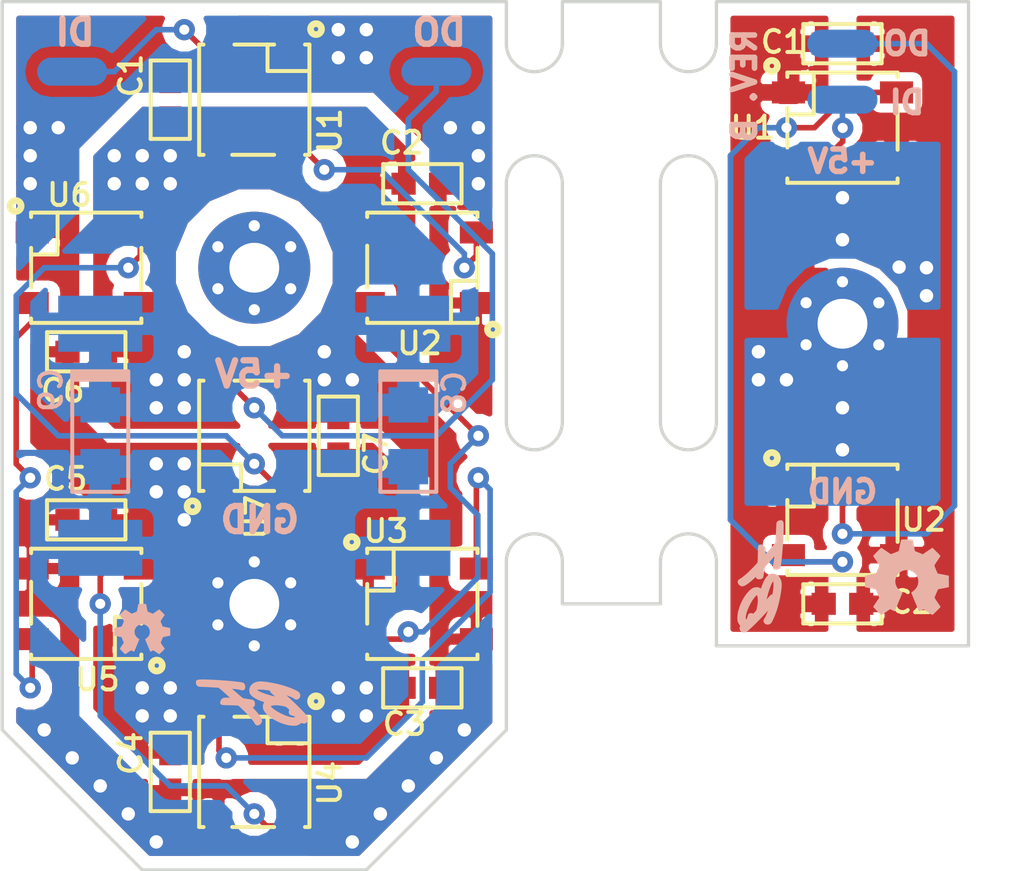
<source format=kicad_pcb>
(kicad_pcb (version 4) (host pcbnew "(2016-05-03 BZR 6266)-product")
  (title_block (title "Display - RGB dots") (date 2016-03-23) (rev A) (comment 1 CLKV3-PC-02) (comment 2 CLKV3-SCH-02) (comment 3 "Alarm clock (V3)"))
  (layers (0 F.Cu signal) (31 B.Cu signal) (34 B.Paste user) (35 F.Paste user) (36 B.SilkS user) (37 F.SilkS user) (38 B.Mask user) (39 F.Mask user) (44 Edge.Cuts user))
  (net 0 "")
  (net 1 +5V)
  (net 2 GND)
  (net 3 "Net-(U1-Pad2)")
  (net 4 /DIN)
  (net 5 "Net-(U2-Pad2)")
  (net 6 "Net-(U3-Pad2)")
  (net 7 "Net-(U4-Pad2)")
  (net 8 "Net-(U5-Pad2)")
  (net 9 "Net-(U6-Pad2)")
  (net 10 /DOUT)
  (module Misc:mousebite-small-62-single (layer F.Cu) (at 139.7 104.14 180)
    (fp_text reference REF hide)
    (fp_text value breakaway-tab hide)
    (pad "" np_thru_hole circle (at -0.889 0 180) (size 0.762 0.762) (drill 0.762) (layers *.Cu) (clearance 0.254))
    (pad "" np_thru_hole circle (at -0.889 -1.27 180) (size 0.762 0.762) (drill 0.762) (layers *.Cu) (clearance 0.254))
    (pad "" np_thru_hole circle (at -0.889 1.27 180) (size 0.762 0.762) (drill 0.762) (layers *.Cu) (clearance 0.254))
  )
  (module Misc:mousebite-small-62-single (layer F.Cu) (at 139.7 86.995 180)
    (fp_text reference REF hide)
    (fp_text value breakaway-tab hide)
    (pad "" np_thru_hole circle (at -0.889 0 180) (size 0.762 0.762) (drill 0.762) (layers *.Cu) (clearance 0.254))
    (pad "" np_thru_hole circle (at -0.889 -1.27 180) (size 0.762 0.762) (drill 0.762) (layers *.Cu) (clearance 0.254))
    (pad "" np_thru_hole circle (at -0.889 1.27 180) (size 0.762 0.762) (drill 0.762) (layers *.Cu) (clearance 0.254))
  )
  (module Misc:mousebite-small-62-single (layer F.Cu) (at 132.715 86.995)
    (fp_text reference REF hide)
    (fp_text value breakaway-tab hide)
    (pad "" np_thru_hole circle (at -0.889 0) (size 0.762 0.762) (drill 0.762) (layers *.Cu) (clearance 0.254))
    (pad "" np_thru_hole circle (at -0.889 -1.27) (size 0.762 0.762) (drill 0.762) (layers *.Cu) (clearance 0.254))
    (pad "" np_thru_hole circle (at -0.889 1.27) (size 0.762 0.762) (drill 0.762) (layers *.Cu) (clearance 0.254))
  )
  (module SMT:LED-5050 (layer F.Cu) (at 127.635 109.22 180)
    (fp_text reference U3 (at 1.651 3.302 180) (layer F.SilkS) (effects (font (thickness 0.18))))
    (fp_text value WS2812B hide)
    (pad 2 smd rect (at -2.45 1.6 180) (size 1.5 1) (layers F.Cu F.Paste F.Mask) (net 6 "Net-(U3-Pad2)"))
    (pad 3 smd rect (at 2.45 1.6 180) (size 1.5 1) (layers F.Cu F.Paste F.Mask) (net 2 GND))
    (pad 4 smd rect (at 2.45 -1.6 180) (size 1.5 1) (layers F.Cu F.Paste F.Mask) (net 5 "Net-(U2-Pad2)"))
    (pad 1 smd rect (at -2.45 -1.6 180) (size 1.5 1) (layers F.Cu F.Paste F.Mask) (net 1 +5V))
  )
  (module SMT:LED-5050 (layer F.Cu) (at 120.015 116.84 90)
    (fp_text reference U4 (at -0.508 3.429 90) (layer F.SilkS) (effects (font (thickness 0.18))))
    (fp_text value WS2812B hide)
    (pad 2 smd rect (at -2.45 1.6 90) (size 1.5 1) (layers F.Cu F.Paste F.Mask) (net 7 "Net-(U4-Pad2)"))
    (pad 3 smd rect (at 2.45 1.6 90) (size 1.5 1) (layers F.Cu F.Paste F.Mask) (net 2 GND))
    (pad 4 smd rect (at 2.45 -1.6 90) (size 1.5 1) (layers F.Cu F.Paste F.Mask) (net 6 "Net-(U3-Pad2)"))
    (pad 1 smd rect (at -2.45 -1.6 90) (size 1.5 1) (layers F.Cu F.Paste F.Mask) (net 1 +5V))
  )
  (module SMT:LED-5050 (layer F.Cu) (at 112.395 109.22)
    (fp_text reference U5 (at 0.508 3.429) (layer F.SilkS) (effects (font (thickness 0.18))))
    (fp_text value WS2812B hide)
    (pad 2 smd rect (at -2.45 1.6) (size 1.5 1) (layers F.Cu F.Paste F.Mask) (net 8 "Net-(U5-Pad2)"))
    (pad 3 smd rect (at 2.45 1.6) (size 1.5 1) (layers F.Cu F.Paste F.Mask) (net 2 GND))
    (pad 4 smd rect (at 2.45 -1.6) (size 1.5 1) (layers F.Cu F.Paste F.Mask) (net 7 "Net-(U4-Pad2)"))
    (pad 1 smd rect (at -2.45 -1.6) (size 1.5 1) (layers F.Cu F.Paste F.Mask) (net 1 +5V))
  )
  (module Conn-Wire-Pads:Hole-Screw-#2 (layer F.Cu) (at 120.015 109.22)
    (fp_text reference H2 hide)
    (fp_text value Hole hide)
    (pad P thru_hole circle (at 0 0) (size 5.08 5.08) (drill 2.2606) (layers *.Cu *.Mask) (net 2 GND) (clearance 1.016))
    (pad P thru_hole circle (at 0 -1.905) (size 1.016 1.016) (drill 0.508) (layers *.Cu) (net 2 GND) (clearance 0.0254))
    (pad P thru_hole circle (at -1.649778 -0.9525 60) (size 1.016 1.016) (drill 0.508) (layers *.Cu) (net 2 GND) (clearance 0.0254))
    (pad P thru_hole circle (at -1.649778 0.9525 120) (size 1.016 1.016) (drill 0.508) (layers *.Cu) (net 2 GND) (clearance 0.0254))
    (pad P thru_hole circle (at 0 1.905 180) (size 1.016 1.016) (drill 0.508) (layers *.Cu) (net 2 GND) (clearance 0.0254))
    (pad P thru_hole circle (at 1.649778 0.9525 240) (size 1.016 1.016) (drill 0.508) (layers *.Cu) (net 2 GND) (clearance 0.0254))
    (pad P thru_hole circle (at 1.649778 -0.9525 300) (size 1.016 1.016) (drill 0.508) (layers *.Cu) (net 2 GND) (clearance 0.0254))
  )
  (module SMT:LED-5050 (layer F.Cu) (at 120.015 101.6 270)
    (fp_text reference U7 (at 3.683 -0.127 270) (layer F.SilkS) (effects (font (thickness 0.18))))
    (fp_text value WS2812B hide)
    (pad 2 smd rect (at -2.45 1.6 270) (size 1.5 1) (layers F.Cu F.Paste F.Mask) (net 10 /DOUT))
    (pad 3 smd rect (at 2.45 1.6 270) (size 1.5 1) (layers F.Cu F.Paste F.Mask) (net 2 GND))
    (pad 4 smd rect (at 2.45 -1.6 270) (size 1.5 1) (layers F.Cu F.Paste F.Mask) (net 9 "Net-(U6-Pad2)"))
    (pad 1 smd rect (at -2.45 -1.6 270) (size 1.5 1) (layers F.Cu F.Paste F.Mask) (net 1 +5V))
  )
  (module SMT:LED-5050 (layer F.Cu) (at 120.015 86.36 90)
    (fp_text reference U1 (at -1.397 3.429 90) (layer F.SilkS) (effects (font (thickness 0.18))))
    (fp_text value WS2812B hide)
    (pad 2 smd rect (at -2.45 1.6 90) (size 1.5 1) (layers F.Cu F.Paste F.Mask) (net 3 "Net-(U1-Pad2)"))
    (pad 3 smd rect (at 2.45 1.6 90) (size 1.5 1) (layers F.Cu F.Paste F.Mask) (net 2 GND))
    (pad 4 smd rect (at 2.45 -1.6 90) (size 1.5 1) (layers F.Cu F.Paste F.Mask) (net 4 /DIN))
    (pad 1 smd rect (at -2.45 -1.6 90) (size 1.5 1) (layers F.Cu F.Paste F.Mask) (net 1 +5V))
  )
  (module Conn-Wire-Pads:Hole-Screw-#2 (layer F.Cu) (at 120.015 93.98)
    (fp_text reference H1 hide)
    (fp_text value Hole hide)
    (pad P thru_hole circle (at 0 0) (size 5.08 5.08) (drill 2.2606) (layers *.Cu *.Mask) (net 2 GND) (clearance 1.016))
    (pad P thru_hole circle (at 0 -1.905) (size 1.016 1.016) (drill 0.508) (layers *.Cu) (net 2 GND) (clearance 0.0254))
    (pad P thru_hole circle (at -1.649778 -0.9525 60) (size 1.016 1.016) (drill 0.508) (layers *.Cu) (net 2 GND) (clearance 0.0254))
    (pad P thru_hole circle (at -1.649778 0.9525 120) (size 1.016 1.016) (drill 0.508) (layers *.Cu) (net 2 GND) (clearance 0.0254))
    (pad P thru_hole circle (at 0 1.905 180) (size 1.016 1.016) (drill 0.508) (layers *.Cu) (net 2 GND) (clearance 0.0254))
    (pad P thru_hole circle (at 1.649778 0.9525 240) (size 1.016 1.016) (drill 0.508) (layers *.Cu) (net 2 GND) (clearance 0.0254))
    (pad P thru_hole circle (at 1.649778 -0.9525 300) (size 1.016 1.016) (drill 0.508) (layers *.Cu) (net 2 GND) (clearance 0.0254))
  )
  (module SMT:LED-5050 (layer F.Cu) (at 127.635 93.98)
    (fp_text reference U2 (at -0.127 3.429) (layer F.SilkS) (effects (font (thickness 0.18))))
    (fp_text value WS2812B hide)
    (pad 2 smd rect (at -2.45 1.6) (size 1.5 1) (layers F.Cu F.Paste F.Mask) (net 5 "Net-(U2-Pad2)"))
    (pad 3 smd rect (at 2.45 1.6) (size 1.5 1) (layers F.Cu F.Paste F.Mask) (net 2 GND))
    (pad 4 smd rect (at 2.45 -1.6) (size 1.5 1) (layers F.Cu F.Paste F.Mask) (net 3 "Net-(U1-Pad2)"))
    (pad 1 smd rect (at -2.45 -1.6) (size 1.5 1) (layers F.Cu F.Paste F.Mask) (net 1 +5V))
  )
  (module SMT:LED-5050 (layer F.Cu) (at 112.395 93.98 180)
    (fp_text reference U6 (at 0.762 3.302 180) (layer F.SilkS) (effects (font (thickness 0.18))))
    (fp_text value WS2812B hide)
    (pad 2 smd rect (at -2.45 1.6 180) (size 1.5 1) (layers F.Cu F.Paste F.Mask) (net 9 "Net-(U6-Pad2)"))
    (pad 3 smd rect (at 2.45 1.6 180) (size 1.5 1) (layers F.Cu F.Paste F.Mask) (net 2 GND))
    (pad 4 smd rect (at 2.45 -1.6 180) (size 1.5 1) (layers F.Cu F.Paste F.Mask) (net 8 "Net-(U5-Pad2)"))
    (pad 1 smd rect (at -2.45 -1.6 180) (size 1.5 1) (layers F.Cu F.Paste F.Mask) (net 1 +5V))
  )
  (module SMT:C-0603 (layer F.Cu) (at 116.205 86.36 90)
    (fp_text reference C1 (at 0 -1.2065 90) (layer F.SilkS) (effects (font (thickness 0.18)) (justify left bottom)))
    (fp_text value 100nF hide)
    (pad 1 smd rect (at -0.85 0 90) (size 1.1 1) (layers F.Cu F.Paste F.Mask) (net 1 +5V))
    (pad 2 smd rect (at 0.85 0 90) (size 1.1 1) (layers F.Cu F.Paste F.Mask) (net 2 GND))
  )
  (module SMT:C-0603 (layer F.Cu) (at 127.635 90.17)
    (fp_text reference C2 (at -2.032 -1.27) (layer F.SilkS) (effects (font (thickness 0.18)) (justify left bottom)))
    (fp_text value 100nF hide)
    (pad 1 smd rect (at -0.85 0) (size 1.1 1) (layers F.Cu F.Paste F.Mask) (net 1 +5V))
    (pad 2 smd rect (at 0.85 0) (size 1.1 1) (layers F.Cu F.Paste F.Mask) (net 2 GND))
  )
  (module SMT:C-0603 (layer F.Cu) (at 127.635 113.03 180)
    (fp_text reference C3 (at 1.905 -2.2225 180) (layer F.SilkS) (effects (font (thickness 0.18)) (justify left bottom)))
    (fp_text value 100nF hide)
    (pad 1 smd rect (at -0.85 0 180) (size 1.1 1) (layers F.Cu F.Paste F.Mask) (net 1 +5V))
    (pad 2 smd rect (at 0.85 0 180) (size 1.1 1) (layers F.Cu F.Paste F.Mask) (net 2 GND))
  )
  (module SMT:C-0603 (layer F.Cu) (at 116.205 116.84 90)
    (fp_text reference C4 (at -0.254 -1.2065 90) (layer F.SilkS) (effects (font (thickness 0.18)) (justify left bottom)))
    (fp_text value 100nF hide)
    (pad 1 smd rect (at -0.85 0 90) (size 1.1 1) (layers F.Cu F.Paste F.Mask) (net 1 +5V))
    (pad 2 smd rect (at 0.85 0 90) (size 1.1 1) (layers F.Cu F.Paste F.Mask) (net 2 GND))
  )
  (module SMT:C-0603 (layer F.Cu) (at 112.395 105.41)
    (fp_text reference C5 (at -2.032 -1.27) (layer F.SilkS) (effects (font (thickness 0.18)) (justify left bottom)))
    (fp_text value 100nF hide)
    (pad 1 smd rect (at -0.85 0) (size 1.1 1) (layers F.Cu F.Paste F.Mask) (net 1 +5V))
    (pad 2 smd rect (at 0.85 0) (size 1.1 1) (layers F.Cu F.Paste F.Mask) (net 2 GND))
  )
  (module SMT:C-0603 (layer F.Cu) (at 112.395 97.79 180)
    (fp_text reference C6 (at 2.159 -2.3495 180) (layer F.SilkS) (effects (font (thickness 0.18)) (justify left bottom)))
    (fp_text value 100nF hide)
    (pad 1 smd rect (at -0.85 0 180) (size 1.1 1) (layers F.Cu F.Paste F.Mask) (net 1 +5V))
    (pad 2 smd rect (at 0.85 0 180) (size 1.1 1) (layers F.Cu F.Paste F.Mask) (net 2 GND))
  )
  (module SMT:C-0603 (layer F.Cu) (at 123.825 101.6 270)
    (fp_text reference C7 (at 1.905 -2.286 270) (layer F.SilkS) (effects (font (thickness 0.18)) (justify left bottom)))
    (fp_text value 100nF hide)
    (pad 1 smd rect (at -0.85 0 270) (size 1.1 1) (layers F.Cu F.Paste F.Mask) (net 1 +5V))
    (pad 2 smd rect (at 0.85 0 270) (size 1.1 1) (layers F.Cu F.Paste F.Mask) (net 2 GND))
  )
  (module Conn-Wire-Pads:WP-100mil-1x01 (layer B.Cu) (at 113.03 96.52 90)
    (fp_text reference J1 hide)
    (fp_text value "5V IN" hide)
    (pad 1 smd rect (at 0 0 90) (size 2.54 3.81) (layers B.Cu B.Paste B.Mask) (net 1 +5V))
  )
  (module Conn-Wire-Pads:WP-100mil-1x01 (layer B.Cu) (at 113.03 106.68 90)
    (fp_text reference J2 hide)
    (fp_text value "GND IN" hide)
    (pad 1 smd rect (at 0 0 90) (size 2.54 3.81) (layers B.Cu B.Paste B.Mask) (net 2 GND))
  )
  (module Conn-Wire-Pads:WP-100mil-1x01 (layer B.Cu) (at 127 96.52 90)
    (fp_text reference J3 hide)
    (fp_text value "5V OUT" hide)
    (pad 1 smd rect (at 0 0 90) (size 2.54 3.81) (layers B.Cu B.Paste B.Mask) (net 1 +5V))
  )
  (module Conn-Wire-Pads:WP-100mil-1x01 (layer B.Cu) (at 127 106.68 90)
    (fp_text reference J4 hide)
    (fp_text value "GND OUT" hide)
    (pad 1 smd rect (at 0 0 90) (size 2.54 3.81) (layers B.Cu B.Paste B.Mask) (net 2 GND))
  )
  (module Symbols:LOGO-OSHW-100 (layer B.Cu) (at 114.935 110.49 180)
    (fp_text reference LOGO-OSHW-100 hide)
    (fp_text value OSHW hide)
  )
  (module Conn-Wire-Pads:WP-50mil-1x01 (layer B.Cu) (at 111.76 85.09 90)
    (fp_text reference J5 hide)
    (fp_text value "DATA IN" hide)
    (pad 1 smd oval (at 0 0 90) (size 1.27 3.175) (layers B.Cu B.Paste B.Mask) (net 4 /DIN))
  )
  (module Conn-Wire-Pads:WP-50mil-1x01 (layer B.Cu) (at 128.27 85.09 270)
    (fp_text reference J6 hide)
    (fp_text value "DATA OUT" hide)
    (pad 1 smd oval (at 0 0 270) (size 1.27 3.175) (layers B.Cu B.Paste B.Mask) (net 10 /DOUT))
  )
  (module Symbols:SIGNATURE_SILK (layer B.Cu) (at 120.015 113.665 180)
    (fp_text reference SIGNATURE_SILK hide)
    (fp_text value LOGO hide)
  )
  (module SMT:CPL-1206 (layer B.Cu) (at 127 101.6 270)
    (fp_text reference C8 (at -3.048 -2.667 270) (layer B.SilkS) (effects (font (thickness 0.18)) (justify left bottom mirror)))
    (fp_text value 1uF hide)
    (pad A smd rect (at -1.4 0 270) (size 1.6 1.8) (layers B.Cu B.Paste B.Mask) (net 1 +5V))
    (pad K smd rect (at 1.4 0 270) (size 1.6 1.8) (layers B.Cu B.Paste B.Mask) (net 2 GND))
  )
  (module SMT:CPL-1206 (layer B.Cu) (at 113.03 101.6 270)
    (fp_text reference C9 (at -3.175 1.651 270) (layer B.SilkS) (effects (font (thickness 0.18)) (justify left bottom mirror)))
    (fp_text value 10uF hide)
    (pad A smd rect (at -1.4 0 270) (size 1.6 1.8) (layers B.Cu B.Paste B.Mask) (net 1 +5V))
    (pad K smd rect (at 1.4 0 270) (size 1.6 1.8) (layers B.Cu B.Paste B.Mask) (net 2 GND))
  )
  (module Misc:mousebite-small-62-single (layer F.Cu) (at 132.715 104.14)
    (fp_text reference REF hide)
    (fp_text value breakaway-tab hide)
    (pad "" np_thru_hole circle (at -0.889 0) (size 0.762 0.762) (drill 0.762) (layers *.Cu) (clearance 0.254))
    (pad "" np_thru_hole circle (at -0.889 -1.27) (size 0.762 0.762) (drill 0.762) (layers *.Cu) (clearance 0.254))
    (pad "" np_thru_hole circle (at -0.889 1.27) (size 0.762 0.762) (drill 0.762) (layers *.Cu) (clearance 0.254))
  )
  (module Conn-Wire-Pads:WP-50mil-1x01 (layer B.Cu) (at 146.685 86.36 90)
    (fp_text reference J1 hide)
    (fp_text value "DATA IN" hide)
    (pad 1 smd oval (at 0 0 90) (size 1.27 3.175) (layers B.Cu B.Paste B.Mask) (net 4 /DIN))
  )
  (module Conn-Wire-Pads:WP-50mil-1x01 (layer B.Cu) (at 146.685 83.82 90)
    (fp_text reference J6 hide)
    (fp_text value "DATA OUT" hide)
    (pad 1 smd oval (at 0 0 90) (size 1.27 3.175) (layers B.Cu B.Paste B.Mask) (net 10 /DOUT))
  )
  (module SMT:LED-5050 (layer F.Cu) (at 146.685 87.63 180)
    (fp_text reference U1 (at 4.064 0 360) (layer F.SilkS) (effects (font (thickness 0.18))))
    (fp_text value WS2812B hide)
    (pad 2 smd rect (at -2.45 1.6 180) (size 1.5 1) (layers F.Cu F.Paste F.Mask) (net 3 "Net-(U1-Pad2)"))
    (pad 3 smd rect (at 2.45 1.6 180) (size 1.5 1) (layers F.Cu F.Paste F.Mask) (net 2 GND))
    (pad 4 smd rect (at 2.45 -1.6 180) (size 1.5 1) (layers F.Cu F.Paste F.Mask) (net 4 /DIN))
    (pad 1 smd rect (at -2.45 -1.6 180) (size 1.5 1) (layers F.Cu F.Paste F.Mask) (net 1 +5V))
  )
  (module SMT:C-0603 (layer F.Cu) (at 146.685 83.82 180)
    (fp_text reference C1 (at 3.81 -0.508 180) (layer F.SilkS) (effects (font (thickness 0.18)) (justify left bottom)))
    (fp_text value 100nF hide)
    (pad 1 smd rect (at -0.85 0 180) (size 1.1 1) (layers F.Cu F.Paste F.Mask) (net 1 +5V))
    (pad 2 smd rect (at 0.85 0 180) (size 1.1 1) (layers F.Cu F.Paste F.Mask) (net 2 GND))
  )
  (module SMT:C-0603 (layer F.Cu) (at 146.685 109.22 180)
    (fp_text reference C2 (at -2.032 -0.508 180) (layer F.SilkS) (effects (font (thickness 0.18)) (justify left bottom)))
    (fp_text value 100nF hide)
    (pad 1 smd rect (at -0.85 0 180) (size 1.1 1) (layers F.Cu F.Paste F.Mask) (net 1 +5V))
    (pad 2 smd rect (at 0.85 0 180) (size 1.1 1) (layers F.Cu F.Paste F.Mask) (net 2 GND))
  )
  (module Conn-Wire-Pads:Hole-Screw-#2 (layer F.Cu) (at 146.685 96.52)
    (fp_text reference H1 hide)
    (fp_text value Hole hide)
    (pad P thru_hole circle (at 0 0) (size 5.08 5.08) (drill 2.2606) (layers *.Cu *.Mask) (net 2 GND))
    (pad P thru_hole circle (at 0 -1.905) (size 1.016 1.016) (drill 0.508) (layers *.Cu) (net 2 GND) (clearance 0.0254))
    (pad P thru_hole circle (at -1.649778 -0.9525 60) (size 1.016 1.016) (drill 0.508) (layers *.Cu) (net 2 GND) (clearance 0.0254))
    (pad P thru_hole circle (at -1.649778 0.9525 120) (size 1.016 1.016) (drill 0.508) (layers *.Cu) (net 2 GND) (clearance 0.0254))
    (pad P thru_hole circle (at 0 1.905 180) (size 1.016 1.016) (drill 0.508) (layers *.Cu) (net 2 GND) (clearance 0.0254))
    (pad P thru_hole circle (at 1.649778 0.9525 240) (size 1.016 1.016) (drill 0.508) (layers *.Cu) (net 2 GND) (clearance 0.0254))
    (pad P thru_hole circle (at 1.649778 -0.9525 300) (size 1.016 1.016) (drill 0.508) (layers *.Cu) (net 2 GND) (clearance 0.0254))
  )
  (module Conn-Wire-Pads:WP-100mil-1x01 (layer B.Cu) (at 144.145 91.44 270)
    (fp_text reference J2 hide)
    (fp_text value "5V IN" hide)
    (pad 1 smd rect (at 0 0 270) (size 2.54 3.81) (layers B.Cu B.Paste B.Mask) (net 1 +5V))
  )
  (module Conn-Wire-Pads:WP-100mil-1x01 (layer B.Cu) (at 144.145 101.6 270)
    (fp_text reference J3 hide)
    (fp_text value "GND IN" hide)
    (pad 1 smd rect (at 0 0 270) (size 2.54 3.81) (layers B.Cu B.Paste B.Mask) (net 2 GND))
  )
  (module Conn-Wire-Pads:WP-100mil-1x01 (layer B.Cu) (at 149.225 91.44 270)
    (fp_text reference J4 hide)
    (fp_text value "5V OUT" hide)
    (pad 1 smd rect (at 0 0 270) (size 2.54 3.81) (layers B.Cu B.Paste B.Mask) (net 1 +5V))
  )
  (module Conn-Wire-Pads:WP-100mil-1x01 (layer B.Cu) (at 149.225 101.6 270)
    (fp_text reference J5 hide)
    (fp_text value "GND OUT" hide)
    (pad 1 smd rect (at 0 0 270) (size 2.54 3.81) (layers B.Cu B.Paste B.Mask) (net 2 GND))
  )
  (module SMT:LED-5050 (layer F.Cu) (at 146.685 105.41 180)
    (fp_text reference U2 (at -3.683 0 360) (layer F.SilkS) (effects (font (thickness 0.18))))
    (fp_text value WS2812B hide)
    (pad 2 smd rect (at -2.45 1.6 180) (size 1.5 1) (layers F.Cu F.Paste F.Mask) (net 10 /DOUT))
    (pad 3 smd rect (at 2.45 1.6 180) (size 1.5 1) (layers F.Cu F.Paste F.Mask) (net 2 GND))
    (pad 4 smd rect (at 2.45 -1.6 180) (size 1.5 1) (layers F.Cu F.Paste F.Mask) (net 3 "Net-(U1-Pad2)"))
    (pad 1 smd rect (at -2.45 -1.6 180) (size 1.5 1) (layers F.Cu F.Paste F.Mask) (net 1 +5V))
  )
  (module Symbols:SIGNATURE_SILK (layer B.Cu) (at 143.002 108.077 90)
    (fp_text reference SIGNATURE_SILK hide)
    (fp_text value LOGO hide)
  )
  (module Symbols:LOGO-OSHW-150 (layer B.Cu) (at 149.606 108.204 180)
    (fp_text reference LOGO-OSHW-150 hide)
    (fp_text value OSHW hide)
  )
  (gr_line (start 140.97 83.82) (end 140.97 81.915) (layer Edge.Cuts) (width 0.15))
  (gr_line (start 140.97 100.965) (end 140.97 90.17) (layer Edge.Cuts) (width 0.15))
  (gr_line (start 140.97 107.315) (end 140.97 111.125) (layer Edge.Cuts) (width 0.15))
  (gr_line (start 133.985 109.22) (end 138.43 109.22) (layer Edge.Cuts) (width 0.15))
  (gr_line (start 133.985 81.915) (end 138.43 81.915) (layer Edge.Cuts) (width 0.15))
  (gr_arc (start 139.7 90.17) (end 138.43 90.17) (angle 180) (layer Edge.Cuts) (width 0.15))
  (gr_arc (start 132.715 90.17) (end 131.445 90.17) (angle 180) (layer Edge.Cuts) (width 0.15))
  (gr_arc (start 139.7 107.315) (end 138.43 107.315) (angle 180) (layer Edge.Cuts) (width 0.15))
  (gr_arc (start 132.715 107.315) (end 131.445 107.315) (angle 180) (layer Edge.Cuts) (width 0.15))
  (gr_arc (start 132.715 100.965) (end 133.985 100.965) (angle 180) (layer Edge.Cuts) (width 0.15))
  (gr_arc (start 139.7 100.965) (end 140.97 100.965) (angle 180) (layer Edge.Cuts) (width 0.15))
  (gr_arc (start 139.7 83.82) (end 140.97 83.82) (angle 180) (layer Edge.Cuts) (width 0.15))
  (gr_arc (start 132.715 83.82) (end 133.985 83.82) (angle 180) (layer Edge.Cuts) (width 0.15))
  (gr_line (start 138.43 109.22) (end 138.43 107.315) (layer Edge.Cuts) (width 0.15))
  (gr_line (start 133.985 107.315) (end 133.985 109.22) (layer Edge.Cuts) (width 0.15))
  (gr_line (start 131.445 107.315) (end 131.445 114.935) (layer Edge.Cuts) (width 0.15))
  (gr_line (start 138.43 90.17) (end 138.43 100.965) (layer Edge.Cuts) (width 0.15))
  (gr_line (start 133.985 100.965) (end 133.985 90.17) (layer Edge.Cuts) (width 0.15))
  (gr_line (start 131.445 90.17) (end 131.445 100.965) (layer Edge.Cuts) (width 0.15))
  (gr_line (start 133.985 81.915) (end 133.985 83.82) (layer Edge.Cuts) (width 0.15))
  (gr_line (start 138.43 83.82) (end 138.43 81.915) (layer Edge.Cuts) (width 0.15))
  (gr_line (start 131.445 81.915) (end 131.445 83.82) (layer Edge.Cuts) (width 0.15))
  (gr_text "GND\n" (at 120.269 105.41) (layer B.SilkS) (effects (font (size 1.143 1.143) (thickness 0.28575)) (justify mirror)))
  (gr_text +5V (at 120.015 98.806) (layer B.SilkS) (effects (font (size 1.143 1.143) (thickness 0.28575)) (justify mirror)))
  (gr_text DO (at 128.397 83.312) (layer B.SilkS) (effects (font (size 1.143 1.143) (thickness 0.28575)) (justify mirror)))
  (gr_text DI (at 111.887 83.312) (layer B.SilkS) (effects (font (size 1.143 1.143) (thickness 0.28575)) (justify mirror)))
  (gr_line (start 108.585 81.915) (end 131.445 81.915) (angle 90) (layer Edge.Cuts) (width 0.15))
  (gr_line (start 108.585 114.935) (end 108.585 81.915) (angle 90) (layer Edge.Cuts) (width 0.15))
  (gr_line (start 125.095 121.285) (end 114.935 121.285) (angle 90) (layer Edge.Cuts) (width 0.15))
  (gr_line (start 131.445 114.935) (end 125.095 121.285) (angle 90) (layer Edge.Cuts) (width 0.15))
  (gr_line (start 108.585 114.935) (end 114.935 121.285) (angle 90) (layer Edge.Cuts) (width 0.15))
  (gr_text "REV. B" (at 142.24 85.725 90) (layer B.SilkS) (effects (font (size 1.016 1.016) (thickness 0.254)) (justify mirror)))
  (gr_text DO (at 149.606 83.82) (layer B.SilkS) (effects (font (size 1.016 1.016) (thickness 0.254)) (justify mirror)))
  (gr_text DI (at 149.606 86.487) (layer B.SilkS) (effects (font (size 1.016 1.016) (thickness 0.254)) (justify mirror)))
  (gr_text GND (at 146.685 104.14) (layer B.SilkS) (effects (font (size 1.016 1.016) (thickness 0.254)) (justify mirror)))
  (gr_text +5V (at 146.685 89.154) (layer B.SilkS) (effects (font (size 1.016 1.016) (thickness 0.254)) (justify mirror)))
  (gr_line (start 152.4 81.915) (end 140.97 81.915) (layer Edge.Cuts) (width 0.15))
  (gr_line (start 152.4 111.125) (end 152.4 81.915) (layer Edge.Cuts) (width 0.15))
  (gr_line (start 140.97 111.125) (end 152.4 111.125) (layer Edge.Cuts) (width 0.15))
  (segment (start 116.84 99.06) (end 116.84 97.79) (width 0.4064) (layer B.Cu) (net 1))
  (via (at 116.84 97.79) (size 1.27) (drill 0.6096) (layers F.Cu B.Cu) (net 1))
  (segment (start 116.84 100.33) (end 116.84 99.06) (width 0.4064) (layer F.Cu) (net 1))
  (via (at 116.84 99.06) (size 1.27) (drill 0.6096) (layers F.Cu B.Cu) (net 1))
  (segment (start 115.57 100.33) (end 116.84 100.33) (width 0.4064) (layer B.Cu) (net 1))
  (via (at 116.84 100.33) (size 1.27) (drill 0.6096) (layers F.Cu B.Cu) (net 1))
  (segment (start 115.57 100.33) (end 115.57 99.06) (width 0.4064) (layer F.Cu) (net 1))
  (via (at 115.57 99.06) (size 1.27) (drill 0.6096) (layers F.Cu B.Cu) (net 1))
  (segment (start 113.03 100.2) (end 115.44 100.2) (width 0.4064) (layer B.Cu) (net 1))
  (segment (start 115.44 100.2) (end 115.57 100.33) (width 0.4064) (layer B.Cu) (net 1))
  (via (at 115.57 100.33) (size 1.27) (drill 0.6096) (layers F.Cu B.Cu) (net 1))
  (segment (start 123.19 99.06) (end 124.46 99.06) (width 0.4064) (layer F.Cu) (net 1))
  (via (at 124.46 99.06) (size 1.27) (drill 0.6096) (layers F.Cu B.Cu) (net 1))
  (segment (start 123.19 99.06) (end 123.19 97.79) (width 0.4064) (layer B.Cu) (net 1))
  (via (at 123.19 97.79) (size 1.27) (drill 0.6096) (layers F.Cu B.Cu) (net 1))
  (segment (start 121.615 99.15) (end 123.1 99.15) (width 0.4064) (layer F.Cu) (net 1))
  (segment (start 123.1 99.15) (end 123.19 99.06) (width 0.4064) (layer F.Cu) (net 1))
  (via (at 123.19 99.06) (size 1.27) (drill 0.6096) (layers F.Cu B.Cu) (net 1))
  (segment (start 114.935 90.17) (end 116.205 90.17) (width 0.4064) (layer F.Cu) (net 1))
  (via (at 116.205 90.17) (size 1.27) (drill 0.6096) (layers F.Cu B.Cu) (net 1))
  (segment (start 113.665 90.17) (end 114.935 90.17) (width 0.4064) (layer F.Cu) (net 1))
  (via (at 114.935 90.17) (size 1.27) (drill 0.6096) (layers F.Cu B.Cu) (net 1))
  (segment (start 113.665 88.9) (end 113.665 90.17) (width 0.4064) (layer F.Cu) (net 1))
  (via (at 113.665 90.17) (size 1.27) (drill 0.6096) (layers F.Cu B.Cu) (net 1))
  (segment (start 114.935 88.9) (end 113.665 88.9) (width 0.4064) (layer F.Cu) (net 1))
  (via (at 113.665 88.9) (size 1.27) (drill 0.6096) (layers F.Cu B.Cu) (net 1))
  (segment (start 116.205 88.9) (end 114.935 88.9) (width 0.4064) (layer F.Cu) (net 1))
  (via (at 114.935 88.9) (size 1.27) (drill 0.6096) (layers F.Cu B.Cu) (net 1))
  (segment (start 118.415 88.81) (end 116.295 88.81) (width 0.4064) (layer F.Cu) (net 1))
  (segment (start 116.295 88.81) (end 116.205 88.9) (width 0.4064) (layer F.Cu) (net 1))
  (via (at 116.205 88.9) (size 1.27) (drill 0.6096) (layers F.Cu B.Cu) (net 1))
  (segment (start 128.27 116.205) (end 129.54 114.935) (width 0.4064) (layer F.Cu) (net 1))
  (segment (start 125.73 118.745) (end 127 117.475) (width 0.4064) (layer F.Cu) (net 1))
  (segment (start 114.3 118.745) (end 115.57 120.015) (width 0.4064) (layer F.Cu) (net 1))
  (segment (start 113.03 117.475) (end 114.3 118.745) (width 0.4064) (layer F.Cu) (net 1))
  (segment (start 110.49 114.935) (end 111.76 116.205) (width 0.4064) (layer F.Cu) (net 1))
  (segment (start 125.73 118.745) (end 124.46 120.015) (width 0.4064) (layer F.Cu) (net 1))
  (via (at 124.46 120.015) (size 1.27) (drill 0.6096) (layers F.Cu B.Cu) (net 1))
  (via (at 125.73 118.745) (size 1.27) (drill 0.6096) (layers F.Cu B.Cu) (net 1))
  (segment (start 128.27 116.205) (end 127 117.475) (width 0.4064) (layer F.Cu) (net 1))
  (via (at 127 117.475) (size 1.27) (drill 0.6096) (layers F.Cu B.Cu) (net 1))
  (via (at 128.27 116.205) (size 1.27) (drill 0.6096) (layers F.Cu B.Cu) (net 1))
  (segment (start 128.485 113.3475) (end 128.485 113.88) (width 0.4064) (layer F.Cu) (net 1))
  (segment (start 128.485 113.88) (end 129.54 114.935) (width 0.4064) (layer F.Cu) (net 1))
  (via (at 129.54 114.935) (size 1.27) (drill 0.6096) (layers F.Cu B.Cu) (net 1))
  (via (at 115.57 120.015) (size 1.27) (drill 0.6096) (layers F.Cu B.Cu) (net 1))
  (via (at 110.49 114.935) (size 1.27) (drill 0.6096) (layers F.Cu B.Cu) (net 1))
  (segment (start 113.03 117.475) (end 111.76 116.205) (width 0.4064) (layer F.Cu) (net 1))
  (via (at 111.76 116.205) (size 1.27) (drill 0.6096) (layers F.Cu B.Cu) (net 1))
  (via (at 113.03 117.475) (size 1.27) (drill 0.6096) (layers F.Cu B.Cu) (net 1))
  (segment (start 115.8875 117.69) (end 115.355 117.69) (width 0.4064) (layer F.Cu) (net 1))
  (segment (start 115.355 117.69) (end 114.3 118.745) (width 0.4064) (layer F.Cu) (net 1))
  (via (at 114.3 118.745) (size 1.27) (drill 0.6096) (layers F.Cu B.Cu) (net 1))
  (segment (start 113.03 97.79) (end 113.03 99.695) (width 0.4064) (layer B.Cu) (net 1))
  (segment (start 113.03 99.695) (end 113.665 100.33) (width 0.4064) (layer B.Cu) (net 1))
  (segment (start 116.84 106.68) (end 116.84 105.41) (width 0.4064) (layer B.Cu) (net 2))
  (segment (start 113.665 102.87) (end 115.57 102.87) (width 0.4064) (layer F.Cu) (net 2))
  (segment (start 115.57 102.87) (end 115.57 104.14) (width 0.4064) (layer F.Cu) (net 2))
  (via (at 115.57 104.14) (size 1.27) (drill 0.6096) (layers F.Cu B.Cu) (net 2))
  (segment (start 116.84 102.87) (end 115.57 102.87) (width 0.4064) (layer B.Cu) (net 2))
  (via (at 115.57 102.87) (size 1.27) (drill 0.6096) (layers F.Cu B.Cu) (net 2))
  (segment (start 116.84 104.14) (end 116.84 102.87) (width 0.4064) (layer F.Cu) (net 2))
  (via (at 116.84 102.87) (size 1.27) (drill 0.6096) (layers F.Cu B.Cu) (net 2))
  (segment (start 116.84 105.41) (end 116.84 104.14) (width 0.4064) (layer B.Cu) (net 2))
  (via (at 116.84 104.14) (size 1.27) (drill 0.6096) (layers F.Cu B.Cu) (net 2))
  (via (at 116.84 105.41) (size 1.27) (drill 0.6096) (layers F.Cu B.Cu) (net 2))
  (segment (start 113.03 106.68) (end 116.84 106.68) (width 0.4064) (layer B.Cu) (net 2))
  (segment (start 113.03 106.68) (end 113.03 103) (width 0.4064) (layer B.Cu) (net 2))
  (segment (start 125.095 113.03) (end 123.825 113.03) (width 0.4064) (layer B.Cu) (net 2))
  (via (at 123.825 113.03) (size 1.27) (drill 0.6096) (layers F.Cu B.Cu) (net 2))
  (segment (start 125.095 114.3) (end 125.095 113.03) (width 0.4064) (layer F.Cu) (net 2))
  (via (at 125.095 113.03) (size 1.27) (drill 0.6096) (layers F.Cu B.Cu) (net 2))
  (segment (start 123.825 114.3) (end 125.095 114.3) (width 0.4064) (layer B.Cu) (net 2))
  (via (at 125.095 114.3) (size 1.27) (drill 0.6096) (layers F.Cu B.Cu) (net 2))
  (segment (start 121.615 114.39) (end 123.735 114.39) (width 0.4064) (layer F.Cu) (net 2))
  (segment (start 123.735 114.39) (end 123.825 114.3) (width 0.4064) (layer F.Cu) (net 2))
  (via (at 123.825 114.3) (size 1.27) (drill 0.6096) (layers F.Cu B.Cu) (net 2))
  (segment (start 114.935 113.03) (end 114.935 114.3) (width 0.4064) (layer B.Cu) (net 2))
  (via (at 114.935 114.3) (size 1.27) (drill 0.6096) (layers F.Cu B.Cu) (net 2))
  (segment (start 116.205 113.03) (end 114.935 113.03) (width 0.4064) (layer F.Cu) (net 2))
  (via (at 114.935 113.03) (size 1.27) (drill 0.6096) (layers F.Cu B.Cu) (net 2))
  (segment (start 116.205 114.3) (end 116.205 113.03) (width 0.4064) (layer B.Cu) (net 2))
  (via (at 116.205 113.03) (size 1.27) (drill 0.6096) (layers F.Cu B.Cu) (net 2))
  (segment (start 115.8875 115.99) (end 115.8875 114.6175) (width 0.4064) (layer F.Cu) (net 2))
  (segment (start 115.8875 114.6175) (end 116.205 114.3) (width 0.4064) (layer F.Cu) (net 2))
  (via (at 116.205 114.3) (size 1.27) (drill 0.6096) (layers F.Cu B.Cu) (net 2))
  (segment (start 125.095 84.455) (end 123.825 84.455) (width 0.4064) (layer F.Cu) (net 2))
  (via (at 123.825 84.455) (size 1.27) (drill 0.6096) (layers F.Cu B.Cu) (net 2))
  (segment (start 125.095 83.185) (end 125.095 84.455) (width 0.4064) (layer F.Cu) (net 2))
  (via (at 125.095 84.455) (size 1.27) (drill 0.6096) (layers F.Cu B.Cu) (net 2))
  (segment (start 123.825 83.185) (end 125.095 83.185) (width 0.4064) (layer F.Cu) (net 2))
  (via (at 125.095 83.185) (size 1.27) (drill 0.6096) (layers F.Cu B.Cu) (net 2))
  (segment (start 121.615 83.91) (end 123.1 83.91) (width 0.4064) (layer F.Cu) (net 2))
  (segment (start 123.1 83.91) (end 123.825 83.185) (width 0.4064) (layer F.Cu) (net 2))
  (via (at 123.825 83.185) (size 1.27) (drill 0.6096) (layers F.Cu B.Cu) (net 2))
  (segment (start 109.855 87.63) (end 111.125 87.63) (width 0.4064) (layer F.Cu) (net 2))
  (via (at 111.125 87.63) (size 1.27) (drill 0.6096) (layers F.Cu B.Cu) (net 2))
  (segment (start 109.855 88.9) (end 109.855 87.63) (width 0.4064) (layer F.Cu) (net 2))
  (via (at 109.855 87.63) (size 1.27) (drill 0.6096) (layers F.Cu B.Cu) (net 2))
  (segment (start 109.855 90.17) (end 109.855 88.9) (width 0.4064) (layer F.Cu) (net 2))
  (via (at 109.855 88.9) (size 1.27) (drill 0.6096) (layers F.Cu B.Cu) (net 2))
  (segment (start 109.945 92.38) (end 109.945 90.26) (width 0.4064) (layer F.Cu) (net 2))
  (segment (start 109.945 90.26) (end 109.855 90.17) (width 0.4064) (layer F.Cu) (net 2))
  (via (at 109.855 90.17) (size 1.27) (drill 0.6096) (layers F.Cu B.Cu) (net 2))
  (segment (start 130.175 87.63) (end 128.905 87.63) (width 0.4064) (layer F.Cu) (net 2))
  (via (at 128.905 87.63) (size 1.27) (drill 0.6096) (layers F.Cu B.Cu) (net 2))
  (via (at 130.175 87.63) (size 1.27) (drill 0.6096) (layers F.Cu B.Cu) (net 2))
  (segment (start 130.175 88.9) (end 130.175 87.63) (width 0.4064) (layer F.Cu) (net 2))
  (segment (start 130.175 90.17) (end 130.175 88.9) (width 0.4064) (layer F.Cu) (net 2))
  (via (at 130.175 88.9) (size 1.27) (drill 0.6096) (layers F.Cu B.Cu) (net 2))
  (segment (start 128.485 89.8525) (end 129.8575 89.8525) (width 0.4064) (layer F.Cu) (net 2))
  (segment (start 129.8575 89.8525) (end 130.175 90.17) (width 0.4064) (layer F.Cu) (net 2))
  (via (at 130.175 90.17) (size 1.27) (drill 0.6096) (layers F.Cu B.Cu) (net 2))
  (segment (start 113.245 105.0925) (end 113.245 103.29) (width 0.4064) (layer F.Cu) (net 2))
  (segment (start 113.245 103.29) (end 113.665 102.87) (width 0.4064) (layer F.Cu) (net 2))
  (segment (start 129.54 93.98) (end 129.54 93.345) (width 0.254) (layer B.Cu) (net 3))
  (segment (start 129.54 93.345) (end 125.73 89.535) (width 0.254) (layer B.Cu) (net 3))
  (segment (start 125.73 89.535) (end 123.19 89.535) (width 0.254) (layer B.Cu) (net 3))
  (segment (start 130.085 92.38) (end 130.085 93.435) (width 0.254) (layer F.Cu) (net 3))
  (segment (start 130.085 93.435) (end 129.54 93.98) (width 0.254) (layer F.Cu) (net 3))
  (via (at 129.54 93.98) (size 0.9652) (drill 0.4572) (layers F.Cu B.Cu) (net 3))
  (segment (start 121.615 88.81) (end 122.465 88.81) (width 0.254) (layer F.Cu) (net 3))
  (segment (start 122.465 88.81) (end 123.19 89.535) (width 0.254) (layer F.Cu) (net 3))
  (via (at 123.19 89.535) (size 0.9652) (drill 0.4572) (layers F.Cu B.Cu) (net 3))
  (segment (start 116.84 83.185) (end 115.57 83.185) (width 0.254) (layer B.Cu) (net 4))
  (segment (start 113.665 85.09) (end 111.76 85.09) (width 0.254) (layer B.Cu) (net 4))
  (segment (start 115.57 83.185) (end 113.665 85.09) (width 0.254) (layer B.Cu) (net 4))
  (segment (start 118.415 83.91) (end 117.565 83.91) (width 0.254) (layer F.Cu) (net 4))
  (segment (start 117.565 83.91) (end 116.84 83.185) (width 0.254) (layer F.Cu) (net 4))
  (via (at 116.84 83.185) (size 0.9652) (drill 0.4572) (layers F.Cu B.Cu) (net 4))
  (segment (start 130.149566 105.195177) (end 130.149566 108.022933) (width 0.254) (layer B.Cu) (net 5))
  (segment (start 128.905 103.950611) (end 130.149566 105.195177) (width 0.254) (layer B.Cu) (net 5))
  (segment (start 127.682499 110.49) (end 127 110.49) (width 0.254) (layer B.Cu) (net 5))
  (segment (start 128.905 102.87) (end 128.905 103.950611) (width 0.254) (layer B.Cu) (net 5))
  (segment (start 130.175 101.6) (end 128.905 102.87) (width 0.254) (layer B.Cu) (net 5))
  (segment (start 130.149566 108.022933) (end 127.682499 110.49) (width 0.254) (layer B.Cu) (net 5))
  (segment (start 125.185 110.82) (end 126.67 110.82) (width 0.254) (layer F.Cu) (net 5))
  (segment (start 126.67 110.82) (end 127 110.49) (width 0.254) (layer F.Cu) (net 5))
  (via (at 127 110.49) (size 0.9652) (drill 0.4572) (layers F.Cu B.Cu) (net 5))
  (segment (start 125.185 95.58) (end 125.185 96.61) (width 0.254) (layer F.Cu) (net 5))
  (segment (start 125.185 96.61) (end 129.641601 101.066601) (width 0.254) (layer F.Cu) (net 5))
  (segment (start 129.641601 101.066601) (end 130.175 101.6) (width 0.254) (layer F.Cu) (net 5))
  (via (at 130.175 101.6) (size 0.9652) (drill 0.4572) (layers F.Cu B.Cu) (net 5))
  (segment (start 130.085 107.62) (end 130.085 103.595) (width 0.254) (layer F.Cu) (net 6))
  (segment (start 130.085 103.595) (end 130.175 103.505) (width 0.254) (layer F.Cu) (net 6))
  (segment (start 130.708377 104.038377) (end 130.175 103.505) (width 0.254) (layer B.Cu) (net 6))
  (segment (start 130.708377 108.686623) (end 130.708377 104.038377) (width 0.254) (layer B.Cu) (net 6))
  (via (at 130.175 103.505) (size 0.9652) (drill 0.4572) (layers F.Cu B.Cu) (net 6))
  (segment (start 118.745 116.205) (end 125.095 116.205) (width 0.254) (layer B.Cu) (net 6))
  (segment (start 125.095 116.205) (end 127.635 113.665) (width 0.254) (layer B.Cu) (net 6))
  (segment (start 127.635 113.665) (end 127.635 111.76) (width 0.254) (layer B.Cu) (net 6))
  (segment (start 127.635 111.76) (end 130.708377 108.686623) (width 0.254) (layer B.Cu) (net 6))
  (segment (start 118.415 114.39) (end 118.415 115.875) (width 0.254) (layer F.Cu) (net 6))
  (segment (start 118.415 115.875) (end 118.745 116.205) (width 0.254) (layer F.Cu) (net 6))
  (via (at 118.745 116.205) (size 0.9652) (drill 0.4572) (layers F.Cu B.Cu) (net 6))
  (segment (start 113.03 109.22) (end 113.03 114.3) (width 0.254) (layer B.Cu) (net 7))
  (segment (start 113.03 114.3) (end 116.205 117.475) (width 0.254) (layer B.Cu) (net 7))
  (segment (start 118.745 117.475) (end 120.015 118.745) (width 0.254) (layer B.Cu) (net 7))
  (segment (start 116.205 117.475) (end 118.745 117.475) (width 0.254) (layer B.Cu) (net 7))
  (segment (start 121.615 119.29) (end 120.56 119.29) (width 0.254) (layer F.Cu) (net 7))
  (segment (start 120.548399 119.278399) (end 120.015 118.745) (width 0.254) (layer F.Cu) (net 7))
  (segment (start 120.56 119.29) (end 120.548399 119.278399) (width 0.254) (layer F.Cu) (net 7))
  (via (at 120.015 118.745) (size 0.9652) (drill 0.4572) (layers F.Cu B.Cu) (net 7))
  (segment (start 113.03 107.95) (end 113.36 107.62) (width 0.254) (layer F.Cu) (net 7))
  (segment (start 113.36 107.62) (end 114.845 107.62) (width 0.254) (layer F.Cu) (net 7))
  (segment (start 113.03 109.22) (end 113.03 107.95) (width 0.254) (layer F.Cu) (net 7))
  (via (at 113.03 109.22) (size 0.9652) (drill 0.4572) (layers F.Cu B.Cu) (net 7))
  (segment (start 109.855 103.505) (end 109.22 104.14) (width 0.254) (layer B.Cu) (net 8))
  (segment (start 109.22 104.14) (end 109.22 112.395) (width 0.254) (layer B.Cu) (net 8))
  (segment (start 109.22 112.395) (end 109.855 113.03) (width 0.254) (layer B.Cu) (net 8))
  (segment (start 109.855 103.505) (end 109.22 102.87) (width 0.254) (layer F.Cu) (net 8))
  (segment (start 109.22 102.87) (end 109.22 97.155) (width 0.254) (layer F.Cu) (net 8))
  (segment (start 109.945 96.43) (end 109.945 95.58) (width 0.254) (layer F.Cu) (net 8))
  (segment (start 109.22 97.155) (end 109.945 96.43) (width 0.254) (layer F.Cu) (net 8))
  (segment (start 109.945 110.82) (end 109.945 112.94) (width 0.254) (layer F.Cu) (net 8))
  (segment (start 109.945 112.94) (end 109.855 113.03) (width 0.254) (layer F.Cu) (net 8))
  (via (at 109.855 113.03) (size 0.9652) (drill 0.4572) (layers F.Cu B.Cu) (net 8))
  (via (at 109.855 103.505) (size 0.9652) (drill 0.4572) (layers F.Cu B.Cu) (net 8))
  (segment (start 111.125 101.6) (end 118.745 101.6) (width 0.254) (layer B.Cu) (net 9))
  (segment (start 114.845 92.38) (end 114.845 93.435) (width 0.254) (layer F.Cu) (net 9))
  (segment (start 114.845 93.435) (end 114.3 93.98) (width 0.254) (layer F.Cu) (net 9))
  (segment (start 114.3 93.98) (end 110.49 93.98) (width 0.254) (layer B.Cu) (net 9))
  (segment (start 110.49 93.98) (end 109.22 95.25) (width 0.254) (layer B.Cu) (net 9))
  (segment (start 109.22 95.25) (end 109.22 99.695) (width 0.254) (layer B.Cu) (net 9))
  (segment (start 109.22 99.695) (end 111.125 101.6) (width 0.254) (layer B.Cu) (net 9))
  (segment (start 118.745 101.6) (end 120.015 102.87) (width 0.254) (layer B.Cu) (net 9))
  (via (at 114.3 93.98) (size 0.9652) (drill 0.4572) (layers F.Cu B.Cu) (net 9))
  (segment (start 121.615 104.05) (end 121.195 104.05) (width 0.254) (layer F.Cu) (net 9))
  (segment (start 121.195 104.05) (end 120.015 102.87) (width 0.254) (layer F.Cu) (net 9))
  (via (at 120.015 102.87) (size 0.9652) (drill 0.4572) (layers F.Cu B.Cu) (net 9))
  (segment (start 128.27 85.09) (end 128.27 85.979) (width 0.254) (layer B.Cu) (net 10))
  (segment (start 128.27 85.979) (end 127 87.249) (width 0.254) (layer B.Cu) (net 10))
  (segment (start 127 87.249) (end 127 89.535) (width 0.254) (layer B.Cu) (net 10))
  (segment (start 127 89.535) (end 130.81 93.345) (width 0.254) (layer B.Cu) (net 10))
  (segment (start 130.81 93.345) (end 130.81 99.06) (width 0.254) (layer B.Cu) (net 10))
  (segment (start 130.81 99.06) (end 128.27 101.6) (width 0.254) (layer B.Cu) (net 10))
  (segment (start 128.27 101.6) (end 121.285 101.6) (width 0.254) (layer B.Cu) (net 10))
  (segment (start 120.472199 100.787199) (end 120.015 100.33) (width 0.254) (layer B.Cu) (net 10))
  (segment (start 121.285 101.6) (end 120.472199 100.787199) (width 0.254) (layer B.Cu) (net 10))
  (segment (start 119.05 99.365) (end 119.557801 99.872801) (width 0.254) (layer F.Cu) (net 10))
  (segment (start 119.557801 99.872801) (end 120.015 100.33) (width 0.254) (layer F.Cu) (net 10))
  (segment (start 118.415 99.15) (end 118.415 99.4) (width 0.254) (layer F.Cu) (net 10))
  (segment (start 118.415 99.365) (end 119.05 99.365) (width 0.254) (layer F.Cu) (net 10))
  (via (at 120.015 100.33) (size 0.9652) (drill 0.4572) (layers F.Cu B.Cu) (net 10))
  (segment (start 150.495 93.98) (end 150.495 95.25) (width 0.4064) (layer B.Cu) (net 1))
  (via (at 150.495 95.25) (size 1.27) (drill 0.6096) (layers F.Cu B.Cu) (net 1))
  (segment (start 149.253354 93.951646) (end 150.466646 93.951646) (width 0.4064) (layer F.Cu) (net 1))
  (segment (start 150.466646 93.951646) (end 150.495 93.98) (width 0.4064) (layer F.Cu) (net 1))
  (via (at 150.495 93.98) (size 1.27) (drill 0.6096) (layers F.Cu B.Cu) (net 1))
  (segment (start 149.225 91.44) (end 149.225 93.923292) (width 0.4064) (layer B.Cu) (net 1))
  (segment (start 149.225 93.923292) (end 149.253354 93.951646) (width 0.4064) (layer B.Cu) (net 1))
  (via (at 149.253354 93.951646) (size 1.27) (drill 0.6096) (layers F.Cu B.Cu) (net 1))
  (segment (start 146.685 90.805) (end 146.685 92.71) (width 0.4064) (layer F.Cu) (net 1))
  (via (at 146.685 92.71) (size 1.27) (drill 0.6096) (layers F.Cu B.Cu) (net 1))
  (segment (start 149.86 91.44) (end 147.32 91.44) (width 0.4064) (layer B.Cu) (net 1))
  (segment (start 147.32 91.44) (end 146.685 90.805) (width 0.4064) (layer B.Cu) (net 1))
  (via (at 146.685 90.805) (size 1.27) (drill 0.6096) (layers F.Cu B.Cu) (net 1))
  (segment (start 142.875 99.06) (end 142.875 97.79) (width 0.4064) (layer B.Cu) (net 2))
  (via (at 142.875 97.79) (size 1.27) (drill 0.6096) (layers F.Cu B.Cu) (net 2))
  (segment (start 144.145 99.06) (end 142.875 99.06) (width 0.4064) (layer F.Cu) (net 2))
  (via (at 142.875 99.06) (size 1.27) (drill 0.6096) (layers F.Cu B.Cu) (net 2))
  (segment (start 144.145 101.6) (end 144.145 99.06) (width 0.4064) (layer B.Cu) (net 2))
  (via (at 144.145 99.06) (size 1.27) (drill 0.6096) (layers F.Cu B.Cu) (net 2))
  (segment (start 146.685 102.235) (end 146.685 100.33) (width 0.4064) (layer F.Cu) (net 2))
  (via (at 146.685 100.33) (size 1.27) (drill 0.6096) (layers F.Cu B.Cu) (net 2))
  (segment (start 149.86 101.6) (end 147.32 101.6) (width 0.4064) (layer B.Cu) (net 2))
  (via (at 146.685 102.235) (size 1.27) (drill 0.6096) (layers F.Cu B.Cu) (net 2))
  (segment (start 147.32 101.6) (end 146.685 102.235) (width 0.4064) (layer B.Cu) (net 2))
  (segment (start 144.235 89.23) (end 145.72 89.23) (width 0.254) (layer F.Cu) (net 4))
  (segment (start 145.72 89.23) (end 146.696607 88.253393) (width 0.254) (layer F.Cu) (net 4))
  (segment (start 146.696607 88.253393) (end 146.696607 87.641565) (width 0.254) (layer F.Cu) (net 4))
  (segment (start 146.685 87.629958) (end 146.696607 87.641565) (width 0.254) (layer B.Cu) (net 4))
  (via (at 146.696607 87.641565) (size 0.9652) (drill 0.4572) (layers F.Cu B.Cu) (net 4))
  (segment (start 146.685 86.36) (end 146.685 87.629958) (width 0.254) (layer B.Cu) (net 4))
  (segment (start 146.685 106.045) (end 150.495 106.045) (width 0.254) (layer B.Cu) (net 10))
  (segment (start 150.495 106.045) (end 151.765 104.775) (width 0.254) (layer B.Cu) (net 10))
  (segment (start 151.765 104.775) (end 151.765 85.09) (width 0.254) (layer B.Cu) (net 10))
  (segment (start 151.765 85.09) (end 150.495 83.82) (width 0.254) (layer B.Cu) (net 10))
  (segment (start 150.495 83.82) (end 146.685 83.82) (width 0.254) (layer B.Cu) (net 10))
  (segment (start 149.135 103.81) (end 147.65 103.81) (width 0.254) (layer F.Cu) (net 10))
  (segment (start 147.65 103.81) (end 146.685 104.775) (width 0.254) (layer F.Cu) (net 10))
  (segment (start 146.685 104.775) (end 146.685 106.045) (width 0.254) (layer F.Cu) (net 10))
  (via (at 146.685 106.045) (size 0.9652) (drill 0.4572) (layers F.Cu B.Cu) (net 10))
  (segment (start 146.685 107.315) (end 143.51 107.315) (width 0.254) (layer B.Cu) (net 3))
  (segment (start 143.51 107.315) (end 141.605 105.41) (width 0.254) (layer B.Cu) (net 3))
  (segment (start 141.605 105.41) (end 141.605 88.9) (width 0.254) (layer B.Cu) (net 3))
  (segment (start 141.605 88.9) (end 142.875 87.63) (width 0.254) (layer B.Cu) (net 3))
  (segment (start 142.875 87.63) (end 144.144992 87.63) (width 0.254) (layer B.Cu) (net 3))
  (segment (start 149.135 86.03) (end 147.015 86.03) (width 0.254) (layer F.Cu) (net 3))
  (segment (start 145.415 87.63) (end 144.144992 87.63) (width 0.254) (layer F.Cu) (net 3))
  (segment (start 147.015 86.03) (end 145.415 87.63) (width 0.254) (layer F.Cu) (net 3))
  (via (at 144.144992 87.63) (size 0.9652) (drill 0.4572) (layers F.Cu B.Cu) (net 3))
  (segment (start 144.235 107.01) (end 144.54 107.315) (width 0.254) (layer F.Cu) (net 3))
  (segment (start 144.54 107.315) (end 146.685 107.315) (width 0.254) (layer F.Cu) (net 3))
  (via (at 146.685 107.315) (size 0.9652) (drill 0.4572) (layers F.Cu B.Cu) (net 3))
  (segment (start 149.135 86.03) (end 149.53 86.03) (width 0.254) (layer F.Cu) (net 3))
  (zone (net 1) (net_name +5V) (layer B.Cu) (connect_pads (clearance 0.508)) (min_thickness 0.254) (fill yes (arc_segments 16) (thermal_gap 0.508) (thermal_bridge_width 1.016))
    (polygon (pts (xy 130.81 100.965) (xy 109.22 100.965) (xy 109.22 95.25) (xy 112.7125 91.7575) (xy 112.7125 88.9) (xy 114.935 86.6775) (xy 125.095 86.6775) (xy 127.3175 88.9) (xy 127.3175 92.075) (xy 130.81 95.5675)))
  )
  (zone (net 2) (net_name GND) (layer B.Cu) (connect_pads (clearance 0.508)) (min_thickness 0.254) (fill yes (arc_segments 16) (thermal_gap 0.508) (thermal_bridge_width 1.016))
    (polygon (pts (xy 109.22 102.235) (xy 130.81 102.235) (xy 130.81 107.6325) (xy 127.3175 111.125) (xy 127.3175 113.9825) (xy 124.7775 116.5225) (xy 115.2525 116.5225) (xy 112.7125 113.9825) (xy 112.7125 111.4425) (xy 109.22 107.95)))
  )
  (zone (net 1) (net_name +5V) (layer F.Cu) (connect_pads (clearance 0.508)) (min_thickness 0.254) (fill yes (arc_segments 16) (thermal_gap 0.508) (thermal_bridge_width 0.508))
    (polygon (pts (xy 112.7125 98.7425) (xy 112.7125 88.9) (xy 114.935 86.6775) (xy 125.095 86.6775) (xy 127.3175 88.9) (xy 127.3175 99.3775) (xy 130.81 102.87) (xy 130.81 114.6175) (xy 124.7775 120.65) (xy 115.2525 120.65) (xy 109.22 114.6175) (xy 109.22 102.87) (xy 109.855 102.87) (xy 112.0775 105.0925) (xy 112.0775 114.3) (xy 114.935 117.1575) (xy 125.095 117.1575) (xy 127.9525 114.3) (xy 127.9525 103.505) (xy 125.73 101.2825) (xy 113.665 101.2825) (xy 112.7125 100.33)))
  )
  (zone (net 2) (net_name GND) (layer F.Cu) (connect_pads (clearance 0.508)) (min_thickness 0.254) (fill yes (arc_segments 16) (thermal_gap 0.508) (thermal_bridge_width 0.508))
    (polygon (pts (xy 112.7125 113.9825) (xy 112.7125 104.775) (xy 109.22 101.2825) (xy 109.22 82.55) (xy 130.81 82.55) (xy 130.81 101.6) (xy 127.9525 98.7425) (xy 127.9525 88.5825) (xy 125.4125 86.0425) (xy 114.6175 86.0425) (xy 112.0775 88.5825) (xy 112.0775 100.6475) (xy 113.3475 101.9175) (xy 125.4125 101.9175) (xy 127.3175 103.8225) (xy 127.3175 113.9825) (xy 124.7775 116.5225) (xy 115.2525 116.5225)))
  )
  (zone (net 1) (net_name +5V) (layer B.Cu) (connect_pads (clearance 0.508)) (min_thickness 0.254) (fill yes (arc_segments 16) (thermal_gap 0.508) (thermal_bridge_width 0.508))
    (polygon (pts (xy 109.22 108.9025) (xy 112.0775 111.76) (xy 112.0775 114.3) (xy 114.935 117.1575) (xy 125.095 117.1575) (xy 127.9525 114.3) (xy 127.9525 111.4425) (xy 130.81 108.585) (xy 130.81 114.6175) (xy 124.7775 120.65) (xy 115.2525 120.65) (xy 109.22 114.6175)))
  )
  (zone (net 2) (net_name GND) (layer B.Cu) (connect_pads (clearance 0.508)) (min_thickness 0.254) (fill yes (arc_segments 16) (thermal_gap 0.508) (thermal_bridge_width 0.508))
    (polygon (pts (xy 109.22 82.55) (xy 130.81 82.55) (xy 130.81 94.2975) (xy 127.9525 91.44) (xy 127.9525 88.5825) (xy 125.4125 86.0425) (xy 114.6175 86.0425) (xy 112.0775 88.5825) (xy 112.0775 91.44) (xy 109.22 94.2975)))
  )
  (zone (net 1) (net_name +5V) (layer B.Cu) (connect_pads thru_hole_only (clearance 0.4064)) (min_thickness 0.254) (fill yes (arc_segments 16) (thermal_gap 0.508) (thermal_bridge_width 1.016))
    (polygon (pts (xy 142.24 88.265) (xy 151.13 88.265) (xy 151.13 95.885) (xy 142.24 95.885)))
  )
  (zone (net 2) (net_name GND) (layer B.Cu) (connect_pads thru_hole_only (clearance 0.508)) (min_thickness 0.254) (fill yes (arc_segments 16) (thermal_gap 0.508) (thermal_bridge_width 1.016))
    (polygon (pts (xy 142.24 97.155) (xy 151.13 97.155) (xy 151.13 104.775) (xy 142.24 104.775)))
  )
  (zone (net 1) (net_name +5V) (layer F.Cu) (connect_pads (clearance 0.4064)) (min_thickness 0.254) (fill yes (arc_segments 16) (thermal_gap 0.508) (thermal_bridge_width 1.016))
    (polygon (pts (xy 151.765 82.55) (xy 147.32 82.55) (xy 147.32 90.252065) (xy 146.05 90.252065) (xy 146.05 93.427065) (xy 147.32 93.427065) (xy 147.32 99.142065) (xy 147.955 99.142065) (xy 147.955 103.587065) (xy 147.32 103.587065) (xy 147.32 110.49) (xy 151.765 110.49)))
  )
  (zone (net 2) (net_name GND) (layer F.Cu) (connect_pads (clearance 0.4064)) (min_thickness 0.254) (fill yes (arc_segments 16) (thermal_gap 0.508) (thermal_bridge_width 1.016))
    (polygon (pts (xy 141.605 110.49) (xy 146.05 110.49) (xy 146.05 102.87) (xy 147.32 102.87) (xy 147.32 99.695) (xy 146.05 99.695) (xy 146.05 93.98) (xy 145.415 93.98) (xy 145.415 89.535) (xy 146.05 89.535) (xy 146.05 82.55) (xy 141.605 82.55)))
  )
)
</source>
